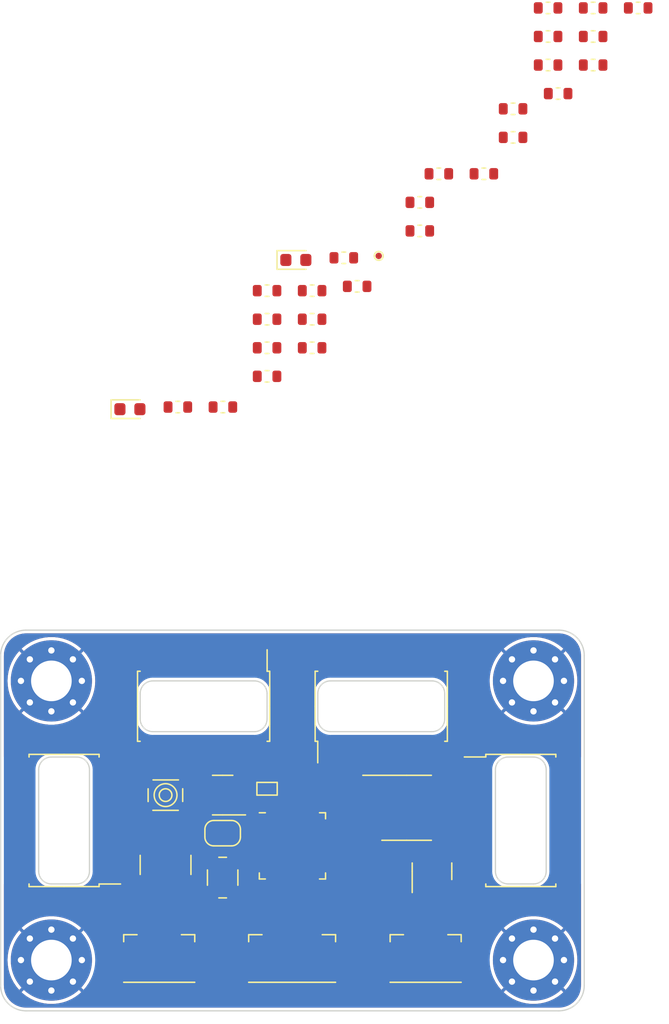
<source format=kicad_pcb>
(kicad_pcb (version 20211014) (generator pcbnew)

  (general
    (thickness 0.99)
  )

  (paper "A4")
  (title_block
    (title "BUTCube - Sun sensor")
    (date "2022-06-16")
    (rev "v1.0")
    (company "VUT - FIT(STRaDe) & FME(IAE & IPE)")
    (comment 1 "Author: Petr Malaník")
  )

  (layers
    (0 "F.Cu" mixed)
    (31 "B.Cu" mixed)
    (36 "B.SilkS" user "B.Silkscreen")
    (37 "F.SilkS" user "F.Silkscreen")
    (38 "B.Mask" user)
    (39 "F.Mask" user)
    (40 "Dwgs.User" user "User.Drawings")
    (41 "Cmts.User" user "User.Comments")
    (42 "Eco1.User" user "User.Eco1")
    (43 "Eco2.User" user "User.Eco2")
    (44 "Edge.Cuts" user)
    (45 "Margin" user)
    (46 "B.CrtYd" user "B.Courtyard")
    (47 "F.CrtYd" user "F.Courtyard")
    (48 "B.Fab" user)
    (49 "F.Fab" user)
  )

  (setup
    (stackup
      (layer "F.SilkS" (type "Top Silk Screen") (color "White"))
      (layer "F.Mask" (type "Top Solder Mask") (color "Blue") (thickness 0.01))
      (layer "F.Cu" (type "copper") (thickness 0.035))
      (layer "dielectric 1" (type "core") (thickness 0.9) (material "FR4") (epsilon_r 4.5) (loss_tangent 0.02))
      (layer "B.Cu" (type "copper") (thickness 0.035))
      (layer "B.Mask" (type "Bottom Solder Mask") (color "Blue") (thickness 0.01))
      (layer "B.SilkS" (type "Bottom Silk Screen") (color "White"))
      (copper_finish "None")
      (dielectric_constraints no)
    )
    (pad_to_mask_clearance 0)
    (pcbplotparams
      (layerselection 0x00010fc_ffffffff)
      (disableapertmacros false)
      (usegerberextensions false)
      (usegerberattributes true)
      (usegerberadvancedattributes true)
      (creategerberjobfile true)
      (svguseinch false)
      (svgprecision 6)
      (excludeedgelayer true)
      (plotframeref false)
      (viasonmask false)
      (mode 1)
      (useauxorigin false)
      (hpglpennumber 1)
      (hpglpenspeed 20)
      (hpglpendiameter 15.000000)
      (dxfpolygonmode true)
      (dxfimperialunits true)
      (dxfusepcbnewfont true)
      (psnegative false)
      (psa4output false)
      (plotreference true)
      (plotvalue true)
      (plotinvisibletext false)
      (sketchpadsonfab false)
      (subtractmaskfromsilk false)
      (outputformat 1)
      (mirror false)
      (drillshape 1)
      (scaleselection 1)
      (outputdirectory "")
    )
  )

  (net 0 "")
  (net 1 "+3V3")
  (net 2 "GND")
  (net 3 "Net-(C16-Pad1)")
  (net 4 "/VREF")
  (net 5 "Net-(D1-Pad1)")
  (net 6 "Net-(D2-Pad1)")
  (net 7 "/CAN.L")
  (net 8 "/CAN.H")
  (net 9 "/DBG_TX")
  (net 10 "/DBG_RX")
  (net 11 "/SWCLK")
  (net 12 "/SWDIO")
  (net 13 "Net-(JP1-Pad1)")
  (net 14 "/NRST")
  (net 15 "/LED1")
  (net 16 "/LED2")
  (net 17 "/CAN_RS")
  (net 18 "/SCK")
  (net 19 "/FR_RDY_#1")
  (net 20 "/MOSI")
  (net 21 "/CS_#1")
  (net 22 "unconnected-(U1-Pad9)")
  (net 23 "unconnected-(U1-Pad10)")
  (net 24 "unconnected-(U1-Pad11)")
  (net 25 "unconnected-(U1-Pad12)")
  (net 26 "unconnected-(U1-Pad13)")
  (net 27 "unconnected-(U1-Pad14)")
  (net 28 "unconnected-(U1-Pad15)")
  (net 29 "unconnected-(U1-Pad16)")
  (net 30 "/LSE")
  (net 31 "/WDG_RESET")
  (net 32 "/HSE")
  (net 33 "unconnected-(U2-Pad7)")
  (net 34 "unconnected-(U2-Pad8)")
  (net 35 "unconnected-(U2-Pad9)")
  (net 36 "unconnected-(U2-Pad10)")
  (net 37 "/MISO")
  (net 38 "unconnected-(U2-Pad14)")
  (net 39 "unconnected-(U2-Pad15)")
  (net 40 "unconnected-(U2-Pad18)")
  (net 41 "unconnected-(U2-Pad19)")
  (net 42 "unconnected-(U2-Pad20)")
  (net 43 "/CAN_RX")
  (net 44 "/CAN_TX")
  (net 45 "unconnected-(U2-Pad25)")
  (net 46 "unconnected-(U2-Pad26)")
  (net 47 "unconnected-(U2-Pad27)")
  (net 48 "unconnected-(U2-Pad28)")
  (net 49 "/FR_RDY_#2")
  (net 50 "/CS_#2")
  (net 51 "unconnected-(U3-Pad9)")
  (net 52 "unconnected-(U3-Pad10)")
  (net 53 "unconnected-(U3-Pad11)")
  (net 54 "unconnected-(U3-Pad12)")
  (net 55 "unconnected-(U3-Pad13)")
  (net 56 "unconnected-(U3-Pad14)")
  (net 57 "unconnected-(U3-Pad15)")
  (net 58 "unconnected-(U3-Pad16)")
  (net 59 "unconnected-(U4-Pad3)")
  (net 60 "/FR_RDY_#3")
  (net 61 "/CS_#3")
  (net 62 "unconnected-(U5-Pad9)")
  (net 63 "unconnected-(U5-Pad10)")
  (net 64 "unconnected-(U5-Pad11)")
  (net 65 "unconnected-(U5-Pad12)")
  (net 66 "unconnected-(U5-Pad13)")
  (net 67 "unconnected-(U5-Pad14)")
  (net 68 "unconnected-(U5-Pad15)")
  (net 69 "unconnected-(U5-Pad16)")
  (net 70 "/FRAM_CS")
  (net 71 "/FR_RDY_#4")
  (net 72 "/CS_#4")
  (net 73 "unconnected-(U7-Pad9)")
  (net 74 "unconnected-(U7-Pad10)")
  (net 75 "unconnected-(U7-Pad11)")
  (net 76 "unconnected-(U7-Pad12)")
  (net 77 "unconnected-(U7-Pad13)")
  (net 78 "unconnected-(U7-Pad14)")
  (net 79 "unconnected-(U7-Pad15)")
  (net 80 "unconnected-(U7-Pad16)")
  (net 81 "unconnected-(X1-Pad1)")

  (footprint "Package_TO_SOT_SMD:SOT-23-5" (layer "F.Cu") (at 138.5 98 180))

  (footprint "TCY_oscillators:CSP-4_1.5x0.8mm" (layer "F.Cu") (at 142 97.5 180))

  (footprint "TCY_IC:DFN-8-1EP_4.5x4mm_P0.95mm_EP3.6x2.6mm" (layer "F.Cu") (at 134 103.5 90))

  (footprint "TCY_oscillators:ECS-TXO-3225" (layer "F.Cu") (at 138.5 104.5 -90))

  (footprint "Package_TO_SOT_SMD:SOT-23" (layer "F.Cu") (at 155 104 90))

  (footprint "MountingHole:MountingHole_3.2mm_M3_Pad_Via" (layer "F.Cu") (at 163 111))

  (footprint "TCY_passives:C_0603_1608Metric" (layer "F.Cu") (at 155.54 49.04))

  (footprint "TCY_passives:C_0603_1608Metric" (layer "F.Cu") (at 159.09 49.04))

  (footprint "TCY_passives:C_0603_1608Metric" (layer "F.Cu") (at 167.7 38.22))

  (footprint "TCY_passives:C_0603_1608Metric" (layer "F.Cu") (at 154.04 51.29))

  (footprint "TCY_passives:C_0603_1608Metric" (layer "F.Cu") (at 142 58.25))

  (footprint "TCY_passives:R_0603_1608Metric" (layer "F.Cu") (at 149.1 57.91))

  (footprint "TCY_passives:C_0603_1608Metric" (layer "F.Cu") (at 134.97 67.42))

  (footprint "MountingHole:MountingHole_3.2mm_M3_Pad_Via" (layer "F.Cu") (at 125 111))

  (footprint "Package_DFN_QFN:QFN-32-1EP_5x5mm_P0.5mm_EP3.45x3.45mm" (layer "F.Cu") (at 144 102))

  (footprint "Package_SO:SO-16_5.3x10.2mm_P1.27mm" (layer "F.Cu") (at 137 91 -90))

  (footprint "TCY_buttons_switches:KMT031NGJLHS" (layer "F.Cu") (at 134 98 180))

  (footprint "Package_SO:SOIC-8_3.9x4.9mm_P1.27mm" (layer "F.Cu") (at 153 99))

  (footprint "TCY_passives:R_0603_1608Metric" (layer "F.Cu") (at 161.39 43.92))

  (footprint "TCY_connectors:TestPoint_Pad_D0.5mm" (layer "F.Cu") (at 150.8 55.51))

  (footprint "TCY_passives:C_0603_1608Metric" (layer "F.Cu") (at 145.55 60.5))

  (footprint "TCY_passives:R_0603_1608Metric" (layer "F.Cu") (at 142 60.5))

  (footprint "Package_SO:SO-16_5.3x10.2mm_P1.27mm" (layer "F.Cu") (at 162 100))

  (footprint "TCY_passives:C_0603_1608Metric" (layer "F.Cu") (at 142 62.75))

  (footprint "LED_SMD:LED_0603_1608Metric" (layer "F.Cu") (at 144.27 55.83))

  (footprint "TCY_passives:C_0603_1608Metric" (layer "F.Cu") (at 164.15 38.22))

  (footprint "MountingHole:MountingHole_3.2mm_M3_Pad_Via" (layer "F.Cu") (at 125 89))

  (footprint "TCY_connectors:Amphenol_10114828-11103LF_1x03_P1.25mm_Vertical" (layer "F.Cu") (at 154.5 109))

  (footprint "TCY_connectors:Amphenol_10114828-11103LF_1x03_P1.25mm_Vertical" (layer "F.Cu") (at 133.5 109))

  (footprint "Package_SO:SO-16_5.3x10.2mm_P1.27mm" (layer "F.Cu") (at 151 91 90))

  (footprint "Package_SO:SO-16_5.3x10.2mm_P1.27mm" (layer "F.Cu") (at 126 100 180))

  (footprint "TCY_passives:C_0603_1608Metric" (layer "F.Cu") (at 167.7 35.97))

  (footprint "TCY_passives:R_0603_1608Metric" (layer "F.Cu") (at 154.04 53.54))

  (footprint "Jumper:SolderJumper-2_P1.3mm_Open_RoundedPad1.0x1.5mm" (layer "F.Cu") (at 138.5 101))

  (footprint "MountingHole:MountingHole_3.2mm_M3_Pad_Via" (layer "F.Cu") (at 163 89))

  (footprint "TCY_connectors:Amphenol_10114828-11104LF_1x04_P1.25mm_Vertical" (layer "F.Cu") (at 144 111.2))

  (footprint "TCY_passives:R_0603_1608Metric" (layer "F.Cu") (at 164.15 35.97))

  (footprint "TCY_passives:C_0603_1608Metric" (layer "F.Cu") (at 145.55 58.25))

  (footprint "TCY_passives:R_0603_1608Metric" (layer "F.Cu") (at 148.05 55.66))

  (footprint "TCY_passives:C_0603_1608Metric" (layer "F.Cu") (at 164.94 42.72))

  (footprint "TCY_passives:C_0603_1608Metric" (layer "F.Cu") (at 145.55 62.75))

  (footprint "TCY_passives:C_0603_1608Metric" (layer "F.Cu") (at 161.39 46.17))

  (footprint "TCY_passives:C_0603_1608Metric" (layer "F.Cu") (at 164.15 40.47))

  (footprint "TCY_passives:C_0603_1608Metric" (layer "F.Cu") (at 167.7 40.47))

  (footprint "TCY_passives:C_0603_1608Metric" (layer "F.Cu") (at 142 65))

  (footprint "LED_SMD:LED_0603_1608Metric" (layer "F.Cu") (at 131.19 67.59))

  (footprint "TCY_passives:R_0603_1608Metric" (layer "F.Cu") (at 138.52 67.42))

  (footprint "TCY_passives:C_0603_1608Metric" (layer "F.Cu") (at 171.25 35.97))

  (gr_line (start 165 115) (end 123 115) (layer "Edge.Cuts") (width 0.1) (tstamp 01308de6-1e7f-4de3-a106-b9f94949ea74))
  (gr_line (start 160 96) (end 160 104) (layer "Edge.Cuts") (width 0.1) (tstamp 05544b48-37b2-4691-8bde-51cda6e1d336))
  (gr_line (start 164 96) (end 164 104) (layer "Edge.Cuts") (width 0.1) (tstamp 0a2dfa8f-82c6-4914-94fd-cfd1a8bedd27))
  (gr_arc (start 128 104) (mid 127.707107 104.707107) (end 127 105) (layer "Edge.Cuts") (width 0.1) (tstamp 0a52e7e9-9c3b-4761-90ea-74e191de2e35))
  (gr_arc (start 160 96) (mid 160.292893 95.292893) (end 161 95) (layer "Edge.Cuts") (width 0.1) (tstamp 0aed2d93-8388-4e35-8041-e803c53c6b5d))
  (gr_arc (start 123 115) (mid 121.585786 114.414214) (end 121 113) (layer "Edge.Cuts") (width 0.1) (tstamp 0e785e25-7d77-4cc5-bc54-e1bb5795fef4))
  (gr_line (start 133 89) (end 141 89) (layer "Edge.Cuts") (width 0.1) (tstamp 139bdde7-60ac-42aa-8fa5-fabf2e807fc2))
  (gr_line (start 146 90) (end 146 92) (layer "Edge.Cuts") (width 0.1) (tstamp 1c2ec505-22f6-48ca-b470-0fb15ecb78df))
  (gr_arc (start 133 93) (mid 132.292893 92.707107) (end 132 92) (layer "Edge.Cuts") (width 0.1) (tstamp 21e94242-12e6-4c1c-86bb-8cc39628c73e))
  (gr_line (start 147 93) (end 155 93) (layer "Edge.Cuts") (width 0.1) (tstamp 23f562a7-edbb-4abd-a817-5cdfc4291815))
  (gr_arc (start 141 89) (mid 141.707107 89.292893) (end 142 90) (layer "Edge.Cuts") (width 0.1) (tstamp 2b9a359c-6138-4ce4-b444-99fed85e3bee))
  (gr_arc (start 142 92) (mid 141.707107 92.707107) (end 141 93) (layer "Edge.Cuts") (width 0.1) (tstamp 3bf18907-68f2-45fa-9961-c36642dc05b9))
  (gr_line (start 128 96) (end 128 104) (layer "Edge.Cuts") (width 0.1) (tstamp 575bf079-963e-409b-b995-f191a84e6acf))
  (gr_arc (start 161 105) (mid 160.292893 104.707107) (end 160 104) (layer "Edge.Cuts") (width 0.1) (tstamp 595269b3-1c9a-4988-bfc4-a589a58fd8de))
  (gr_arc (start 163 95) (mid 163.707107 95.292893) (end 164 96) (layer "Edge.Cuts") (width 0.1) (tstamp 599370ba-0d11-4296-9e43-19f16d0d0423))
  (gr_line (start 163 95) (end 161 95) (layer "Edge.Cuts") (width 0.1) (tstamp 65a12106-f3d0-4612-84da-46120b23d284))
  (gr_arc (start 121 87) (mid 121.585786 85.585786) (end 123 85) (layer "Edge.Cuts") (width 0.1) (tstamp 668a12a6-e7f0-4840-baaa-2a1fc1e6e757))
  (gr_line (start 161 105) (end 163 105) (layer "Edge.Cuts") (width 0.1) (tstamp 6b268cac-0ba1-4b21-98aa-2017870a95e4))
  (gr_line (start 142 92) (end 142 90) (layer "Edge.Cuts") (width 0.1) (tstamp 73e8b30b-5d8b-4766-bf00-3a9d035fc3ed))
  (gr_arc (start 124 96) (mid 124.292893 95.292893) (end 125 95) (layer "Edge.Cuts") (width 0.1) (tstamp 7aeb2ea5-ca0a-4a1a-964a-201560fa2e1d))
  (gr_arc (start 165 85) (mid 166.414214 85.585786) (end 167 87) (layer "Edge.Cuts") (width 0.1) (tstamp 7cfebea3-f679-4dc7-9992-04e5e0b49da7))
  (gr_arc (start 125 105) (mid 124.292893 104.707107) (end 124 104) (layer "Edge.Cuts") (width 0.1) (tstamp 828b8a9f-167d-4561-8ccb-68b7d699f7cf))
  (gr_line (start 147 89) (end 155 89) (layer "Edge.Cuts") (width 0.1) (tstamp 84656e29-266f-4e38-836e-3809966c2615))
  (gr_line (start 127 95) (end 125 95) (layer "Edge.Cuts") (width 0.1) (tstamp 9123ae89-477b-4234-8845-7035699a09fb))
  (gr_line (start 123 85) (end 165 85) (layer "Edge.Cuts") (width 0.1) (tstamp 95582d6f-b517-4fa5-9af6-7d0fdb8eff40))
  (gr_arc (start 167 113) (mid 166.414214 114.414214) (end 165 115) (layer "Edge.Cuts") (width 0.1) (tstamp a3245c3f-b561-4d21-88dd-d33320e53049))
  (gr_arc (start 164 104) (mid 163.707107 104.707107) (end 163 105) (layer "Edge.Cuts") (width 0.1) (tstamp b27137bc-af9e-4026-a553-6d8598d11e7f))
  (gr_arc (start 147 93) (mid 146.292893 92.707107) (end 146 92) (layer "Edge.Cuts") (width 0.1) (tstamp b9091533-77c2-4c0b-a657-93650b17649c))
  (gr_arc (start 127 95) (mid 127.707107 95.292893) (end 128 96) (layer "Edge.Cuts") (width 0.1) (tstamp be6da559-dfcd-466d-90b2-2ceed00d95ae))
  (gr_line (start 121 113) (end 121 87) (layer "Edge.Cuts") (width 0.1) (tstamp d0a062ab-48e3-4229-9499-88195f1a5f69))
  (gr_line (start 167 87) (end 167 113) (layer "Edge.Cuts") (width 0.1) (tstamp d6e66f54-565a-4210-a826-5af617758927))
  (gr_arc (start 156 92) (mid 155.707107 92.707107) (end 155 93) (layer "Edge.Cuts") (width 0.1) (tstamp df479bb2-9cdd-46ef-a61a-69b327d586d8))
  (gr_arc (start 155 89) (mid 155.707107 89.292893) (end 156 90) (layer "Edge.Cuts") (width 0.1) (tstamp e09960c6-b22c-4537-adf0-a73fa1e593d1))
  (gr_line (start 133 93) (end 141 93) (layer "Edge.Cuts") (width 0.1) (tstamp e47f2c92-dc7c-43b4-8913-b1003455e04c))
  (gr_line (start 132 90) (end 132 92) (layer "Edge.Cuts") (width 0.1) (tstamp eb3c6509-ddf0-469e-90a0-2a53893d8584))
  (gr_arc (start 146 90) (mid 146.292893 89.292893) (end 147 89) (layer "Edge.Cuts") (width 0.1) (tstamp ec127b22-bf2f-455f-ad99-5837e3d51386))
  (gr_arc (start 132 90) (mid 132.292893 89.292893) (end 133 89) (layer "Edge.Cuts") (width 0.1) (tstamp ef8107c6-9d9b-4f87-9d4d-8334debb997c))
  (gr_line (start 124 96) (end 124 104) (layer "Edge.Cuts") (width 0.1) (tstamp f9d1e9c6-340b-4329-a8a7-5c2bbd3f4084))
  (gr_line (start 125 105) (end 127 105) (layer "Edge.Cuts") (width 0.1) (tstamp fb813013-f2e7-4ab1-bb0a-06be3a8d49f1))
  (gr_line (start 156 92) (end 156 90) (layer "Edge.Cuts") (width 0.1) (tstamp fd26512e-abe4-45a2-a66d-1c669d401288))

  (zone (net 2) (net_name "GND") (layers F&B.Cu) (tstamp 5a8e5c42-e7f7-4c8f-9e70-79223d2928aa) (hatch edge 0.508)
    (connect_pads (clearance 0.254))
    (min_thickness 0.254) (filled_areas_thickness no)
    (fill yes (thermal_gap 0.254) (thermal_bridge_width 0.254))
    (polygon
      (pts
        (xy 167 115)
        (xy 121 115)
        (xy 121 85)
        (xy 167 85)
      )
    )
    (filled_polygon
      (layer "F.Cu")
      (pts
        (xy 164.987103 85.256921)
        (xy 165 85.259486)
        (xy 165.012172 85.257065)
        (xy 165.024579 85.257065)
        (xy 165.024579 85.257705)
        (xy 165.035358 85.257029)
        (xy 165.219248 85.270181)
        (xy 165.23942 85.271624)
        (xy 165.257214 85.274182)
        (xy 165.48296 85.32329)
        (xy 165.500209 85.328355)
        (xy 165.555356 85.348923)
        (xy 165.71667 85.40909)
        (xy 165.733017 85.416556)
        (xy 165.935782 85.527275)
        (xy 165.950905 85.536994)
        (xy 166.135848 85.675441)
        (xy 166.149434 85.687214)
        (xy 166.312786 85.850566)
        (xy 166.324559 85.864152)
        (xy 166.463006 86.049095)
        (xy 166.472725 86.064218)
        (xy 166.583444 86.266983)
        (xy 166.59091 86.28333)
        (xy 166.625509 86.376094)
        (xy 166.671645 86.499791)
        (xy 166.67671 86.51704)
        (xy 166.725818 86.742786)
        (xy 166.728376 86.76058)
        (xy 166.738482 86.901872)
        (xy 166.742971 86.964639)
        (xy 166.742295 86.975421)
        (xy 166.742935 86.975421)
        (xy 166.742935 86.987828)
        (xy 166.740514 87)
        (xy 166.742935 87.01217)
        (xy 166.743079 87.012894)
        (xy 166.7455 87.037476)
        (xy 166.7455 94.977082)
        (xy 166.725498 95.045203)
        (xy 166.671842 95.091696)
        (xy 166.601568 95.1018)
        (xy 166.546496 95.079447)
        (xy 166.540723 95.073674)
        (xy 166.531887 95.069172)
        (xy 166.531886 95.069171)
        (xy 166.484846 95.045203)
        (xy 166.426555 95.015502)
        (xy 166.331834 95.0005)
        (xy 164.593166 95.0005)
        (xy 164.498445 95.015502)
        (xy 164.384277 95.073674)
        (xy 164.293674 95.164277)
        (xy 164.289174 95.173109)
        (xy 164.289173 95.17311)
        (xy 164.24396 95.261845)
        (xy 164.195211 95.31346)
        (xy 164.126296 95.330526)
        (xy 164.059095 95.307625)
        (xy 164.02426 95.270476)
        (xy 164.020636 95.264562)
        (xy 164.020632 95.264557)
        (xy 164.01805 95.260343)
        (xy 164.014843 95.256588)
        (xy 164.01484 95.256584)
        (xy 163.893016 95.113948)
        (xy 163.889808 95.110192)
        (xy 163.847051 95.073674)
        (xy 163.743416 94.98516)
        (xy 163.743412 94.985157)
        (xy 163.739657 94.98195)
        (xy 163.571292 94.878776)
        (xy 163.566722 94.876883)
        (xy 163.566718 94.876881)
        (xy 163.393433 94.805104)
        (xy 163.393431 94.805103)
        (xy 163.38886 94.80321)
        (xy 163.322853 94.787363)
        (xy 163.201667 94.758269)
        (xy 163.201661 94.758268)
        (xy 163.196854 94.757114)
        (xy 163.009209 94.742346)
        (xy 163 94.740514)
        (xy 162.987103 94.743079)
        (xy 162.962524 94.7455)
        (xy 161.037476 94.7455)
        (xy 161.012897 94.743079)
        (xy 161 94.740514)
        (xy 160.990791 94.742346)
        (xy 160.803146 94.757114)
        (xy 160.798339 94.758268)
        (xy 160.798333 94.758269)
        (xy 160.677147 94.787363)
        (xy 160.61114 94.80321)
        (xy 160.606569 94.805103)
        (xy 160.606567 94.805104)
        (xy 160.433282 94.876881)
        (xy 160.433278 94.876883)
        (xy 160.428708 94.878776)
        (xy 160.260343 94.98195)
        (xy 160.256588 94.985157)
        (xy 160.256584 94.98516)
        (xy 160.152949 95.073674)
        (xy 160.110192 95.110192)
        (xy 160.106984 95.113948)
        (xy 159.98516 95.256584)
        (xy 159.985157 95.256588)
        (xy 159.98195 95.260343)
        (xy 159.979368 95.264557)
        (xy 159.979364 95.264562)
        (xy 159.97574 95.270476)
        (xy 159.923093 95.318108)
        (xy 159.853052 95.329715)
        (xy 159.787854 95.301613)
        (xy 159.75604 95.261845)
        (xy 159.710827 95.17311)
        (xy 159.710826 95.173109)
        (xy 159.706326 95.164277)
        (xy 159.615723 95.073674)
        (xy 159.501555 95.015502)
        (xy 159.406834 95.0005)
        (xy 157.668166 95.0005)
        (xy 157.573445 95.015502)
        (xy 157.459277 95.073674)
        (xy 157.368674 95.164277)
        (xy 157.310502 95.278445)
        (xy 157.2955 95.373166)
        (xy 157.2955 95.736834)
        (xy 157.310502 95.831555)
        (xy 157.368674 95.945723)
        (xy 157.459277 96.036326)
        (xy 157.534687 96.07475)
        (xy 157.540542 96.077733)
        (xy 157.592157 96.126482)
        (xy 157.609223 96.195397)
        (xy 157.586322 96.262598)
        (xy 157.540542 96.302267)
        (xy 157.459277 96.343674)
        (xy 157.368674 96.434277)
        (xy 157.310502 96.548445)
        (xy 157.2955 96.643166)
        (xy 157.2955 97.006834)
        (xy 157.310502 97.101555)
        (xy 157.368674 97.215723)
        (xy 157.459277 97.306326)
        (xy 157.516314 97.335388)
        (xy 157.540542 97.347733)
        (xy 157.592157 97.396482)
        (xy 157.609223 97.465397)
        (xy 157.586322 97.532598)
        (xy 157.540542 97.572267)
        (xy 157.459277 97.613674)
        (xy 157.368674 97.704277)
        (xy 157.310502 97.818445)
        (xy 157.2955 97.913166)
        (xy 157.2955 98.276834)
        (xy 157.310502 98.371555)
        (xy 157.368674 98.485723)
        (xy 157.459277 98.576326)
        (xy 157.468109 98.580826)
        (xy 157.468112 98.580828)
        (xy 157.541094 98.618015)
        (xy 157.592708 98.666763)
        (xy 157.609774 98.735678)
        (xy 157.586873 98.802879)
        (xy 157.541092 98.842548)
        (xy 157.46841 98.879581)
        (xy 157.452564 98.891094)
        (xy 157.376094 98.967564)
        (xy 157.364583 98.983407)
        (xy 157.315485 99.079768)
        (xy 157.309433 99.098392)
        (xy 157.296775 99.178315)
        (xy 157.296 99.188158)
        (xy 157.296 99.219885)
        (xy 157.300475 99.235124)
        (xy 157.301865 99.236329)
        (xy 157.309548 99.238)
        (xy 158.5385 99.238)
        (xy 158.606621 99.258002)
        (xy 158.653114 99.311658)
        (xy 158.6645 99.364)
        (xy 158.6645 99.366)
        (xy 158.644498 99.434121)
        (xy 158.590842 99.480614)
        (xy 158.5385 99.492)
        (xy 157.314116 99.492)
        (xy 157.298877 99.496475)
        (xy 157.297672 99.497865)
        (xy 157.296001 99.505548)
        (xy 157.296001 99.54184)
        (xy 157.296776 99.551687)
        (xy 157.309433 99.631607)
        (xy 157.315485 99.650233)
        (xy 157.364583 99.746593)
        (xy 157.376094 99.762436)
        (xy 157.452564 99.838906)
        (xy 157.46841 99.850419)
        (xy 157.541092 99.887452)
        (xy 157.592708 99.9362)
        (xy 157.609774 100.005115)
        (xy 157.586874 100.072316)
        (xy 157.541094 100.111985)
        (xy 157.468112 100.149172)
        (xy 157.468111 100.149173)
        (xy 157.459277 100.153674)
        (xy 157.368674 100.244277)
        (xy 157.310502 100.358445)
        (xy 157.2955 100.453166)
        (xy 157.2955 100.816834)
        (xy 157.310502 100.911555)
        (xy 157.368674 101.025723)
        (xy 157.459277 101.116326)
        (xy 157.518043 101.146269)
        (xy 157.540542 101.157733)
        (xy 157.592157 101.206482)
        (xy 157.609223 101.275397)
        (xy 157.586322 101.342598)
        (xy 157.540542 101.382267)
        (xy 157.459277 101.423674)
        (xy 157.368674 101.514277)
        (xy 157.310502 101.628445)
        (xy 157.2955 101.723166)
        (xy 157.2955 102.086834)
        (xy 157.310502 102.181555)
        (xy 157.368674 102.295723)
        (xy 157.459277 102.386326)
        (xy 157.498902 102.406516)
        (xy 157.540542 102.427733)
        (xy 157.592157 102.476482)
        (xy 157.609223 102.545397)
        (xy 157.586322 102.612598)
        (xy 157.540542 102.652267)
        (xy 157.459277 102.693674)
        (xy 157.368674 102.784277)
        (xy 157.310502 102.898445)
        (xy 157.2955 102.993166)
        (xy 157.2955 103.356834)
        (xy 157.310502 103.451555)
        (xy 157.368674 103.565723)
        (xy 157.459277 103.656326)
        (xy 157.534687 103.69475)
        (xy 157.540542 103.697733)
        (xy 157.592157 103.746482)
        (xy 157.609223 103.815397)
        (xy 157.586322 103.882598)
        (xy 157.540542 103.922267)
        (xy 157.459277 103.963674)
        (xy 157.368674 104.054277)
        (xy 157.310502 104.168445)
        (xy 157.2955 104.263166)
        (xy 157.2955 104.626834)
        (xy 157.310502 104.721555)
        (xy 157.368674 104.835723)
        (xy 157.459277 104.926326)
        (xy 157.573445 104.984498)
        (xy 157.668166 104.9995)
        (xy 159.406834 104.9995)
        (xy 159.501555 104.984498)
        (xy 159.615723 104.926326)
        (xy 159.706326 104.835723)
        (xy 159.714934 104.81883)
        (xy 159.75604 104.738155)
        (xy 159.804789 104.68654)
        (xy 159.873704 104.669474)
        (xy 159.940905 104.692375)
        (xy 159.97574 104.729524)
        (xy 159.979364 104.735438)
        (xy 159.979368 104.735443)
        (xy 159.98195 104.739657)
        (xy 159.985157 104.743412)
        (xy 159.98516 104.743416)
        (xy 160.106984 104.886052)
        (xy 160.110192 104.889808)
        (xy 160.113948 104.893016)
        (xy 160.256584 105.01484)
        (xy 160.256588 105.014843)
        (xy 160.260343 105.01805)
        (xy 160.428708 105.121224)
        (xy 160.433278 105.123117)
        (xy 160.433282 105.123119)
        (xy 160.606567 105.194896)
        (xy 160.61114 105.19679)
        (xy 160.677147 105.212637)
        (xy 160.798333 105.241731)
        (xy 160.798339 105.241732)
        (xy 160.803146 105.242886)
        (xy 160.990791 105.257654)
        (xy 161 105.259486)
        (xy 161.012897 105.256921)
        (xy 161.037476 105.2545)
        (xy 162.962524 105.2545)
        (xy 162.987103 105.256921)
        (xy 163 105.259486)
        (xy 163.009209 105.257654)
        (xy 163.196854 105.242886)
        (xy 163.201661 105.241732)
        (xy 163.201667 105.241731)
        (xy 163.322853 105.212637)
        (xy 163.38886 105.19679)
        (xy 163.393433 105.194896)
        (xy 163.566718 105.123119)
        (xy 163.566722 105.123117)
        (xy 163.571292 105.121224)
        (xy 163.739657 105.01805)
        (xy 163.743412 105.014843)
        (xy 163.743416 105.01484)
        (xy 163.886052 104.893016)
        (xy 163.889808 104.889808)
        (xy 163.893016 104.886052)
        (xy 164.01484 104.743416)
        (xy 164.014843 104.743412)
        (xy 164.01805 104.739657)
        (xy 164.020632 104.735443)
        (xy 164.020636 104.735438)
        (xy 164.02426 104.729524)
        (xy 164.076907 104.681892)
        (xy 164.146948 104.670285)
        (xy 164.212146 104.698387)
        (xy 164.24396 104.738155)
        (xy 164.285067 104.81883)
        (xy 164.293674 104.835723)
        (xy 164.384277 104.926326)
        (xy 164.498445 104.984498)
        (xy 164.593166 104.9995)
        (xy 166.331834 104.9995)
        (xy 166.426555 104.984498)
        (xy 166.486661 104.953872)
        (xy 166.531886 104.930829)
        (xy 166.531887 104.930828)
        (xy 166.540723 104.926326)
        (xy 166.546415 104.920634)
        (xy 166.612305 104.897124)
        (xy 166.681456 104.913203)
        (xy 166.730938 104.964116)
        (xy 166.7455 105.022918)
        (xy 166.7455 112.962524)
        (xy 166.743079 112.987103)
        (xy 166.740514 113)
        (xy 166.742935 113.012172)
        (xy 166.742935 113.024579)
        (xy 166.742295 113.024579)
        (xy 166.742971 113.035358)
        (xy 166.729819 113.219248)
        (xy 166.728376 113.23942)
        (xy 166.725818 113.257214)
        (xy 166.67671 113.48296)
        (xy 166.671645 113.500209)
        (xy 166.659432 113.532953)
        (xy 166.59091 113.71667)
        (xy 166.583444 113.733017)
        (xy 166.472725 113.935782)
        (xy 166.463006 113.950905)
        (xy 166.324559 114.135848)
        (xy 166.312786 114.149434)
        (xy 166.149434 114.312786)
        (xy 166.135848 114.324559)
        (xy 165.950905 114.463006)
        (xy 165.935782 114.472725)
        (xy 165.733017 114.583444)
        (xy 165.71667 114.59091)
        (xy 165.555356 114.651077)
        (xy 165.500209 114.671645)
        (xy 165.48296 114.67671)
        (xy 165.257214 114.725818)
        (xy 165.23942 114.728376)
        (xy 165.219248 114.729819)
        (xy 165.035358 114.742971)
        (xy 165.024579 114.742295)
        (xy 165.024579 114.742935)
        (xy 165.012172 114.742935)
        (xy 165 114.740514)
        (xy 164.987103 114.743079)
        (xy 164.962524 114.7455)
        (xy 123.037476 114.7455)
        (xy 123.012897 114.743079)
        (xy 123 114.740514)
        (xy 122.987828 114.742935)
        (xy 122.975421 114.742935)
        (xy 122.975421 114.742295)
        (xy 122.964642 114.742971)
        (xy 122.780752 114.729819)
        (xy 122.76058 114.728376)
        (xy 122.742786 114.725818)
        (xy 122.51704 114.67671)
        (xy 122.499791 114.671645)
        (xy 122.444644 114.651077)
        (xy 122.28333 114.59091)
        (xy 122.266983 114.583444)
        (xy 122.064218 114.472725)
        (xy 122.049095 114.463006)
        (xy 121.864152 114.324559)
        (xy 121.850566 114.312786)
        (xy 121.687214 114.149434)
        (xy 121.675441 114.135848)
        (xy 121.536994 113.950905)
        (xy 121.527275 113.935782)
        (xy 121.416556 113.733017)
        (xy 121.40909 113.71667)
        (xy 121.340568 113.532953)
        (xy 121.340168 113.53188)
        (xy 122.654055 113.53188)
        (xy 122.654131 113.532953)
        (xy 122.659174 113.540607)
        (xy 122.746462 113.624022)
        (xy 122.751622 113.628446)
        (xy 123.043037 113.852055)
        (xy 123.048651 113.855899)
        (xy 123.362497 114.046721)
        (xy 123.368499 114.049939)
        (xy 123.701126 114.205753)
        (xy 123.70743 114.2083)
        (xy 124.054939 114.327278)
        (xy 124.06149 114.329132)
        (xy 124.419805 114.409881)
        (xy 124.426524 114.411018)
        (xy 124.791472 114.452599)
        (xy 124.798262 114.453002)
        (xy 125.165562 114.454925)
        (xy 125.172363 114.454593)
        (xy 125.537726 114.416837)
        (xy 125.544454 114.415771)
        (xy 125.90361 114.338775)
        (xy 125.910158 114.336996)
        (xy 126.258899 114.22166)
        (xy 126.265241 114.219174)
        (xy 126.599463 114.066861)
        (xy 126.605517 114.063696)
        (xy 126.921322 113.876185)
        (xy 126.927003 113.872382)
        (xy 127.220726 113.651848)
        (xy 127.225933 113.647479)
        (xy 127.337689 113.5429)
        (xy 127.34419 113.53188)
        (xy 160.654055 113.53188)
        (xy 160.654131 113.532953)
        (xy 160.659174 113.540607)
        (xy 160.746462 113.624022)
        (xy 160.751622 113.628446)
        (xy 161.043037 113.852055)
        (xy 161.048651 113.855899)
        (xy 161.362497 114.046721)
        (xy 161.368499 114.049939)
        (xy 161.701126 114.205753)
        (xy 161.70743 114.2083)
        (xy 162.054939 114.327278)
        (xy 162.06149 114.329132)
        (xy 162.419805 114.409881)
        (xy 162.426524 114.411018)
        (xy 162.791472 114.452599)
        (xy 162.798262 114.453002)
        (xy 163.165562 114.454925)
        (xy 163.172363 114.454593)
        (xy 163.537726 114.416837)
        (xy 163.544454 114.415771)
        (xy 163.90361 114.338775)
        (xy 163.910158 114.336996)
        (xy 164.258899 114.22166)
        (xy 164.265241 114.219174)
        (xy 164.599463 114.066861)
        (xy 164.605517 114.063696)
        (xy 164.921322 113.876185)
        (xy 164.927003 113.872382)
        (xy 165.220726 113.651848)
        (xy 165.225933 113.647479)
        (xy 165.337689 113.5429)
        (xy 165.34576 113.529219)
        (xy 165.345732 113.528497)
        (xy 165.340588 113.520193)
        (xy 163.012812 111.192417)
        (xy 162.998868 111.184803)
        (xy 162.997035 111.184934)
        (xy 162.99042 111.189185)
        (xy 160.661669 113.517936)
        (xy 160.654055 113.53188)
        (xy 127.34419 113.53188)
        (xy 127.34576 113.529219)
        (xy 127.345732 113.528497)
        (xy 127.340588 113.520193)
        (xy 125.012812 111.192417)
        (xy 124.998868 111.184803)
        (xy 124.997035 111.184934)
        (xy 124.99042 111.189185)
        (xy 122.661669 113.517936)
        (xy 122.654055 113.53188)
        (xy 121.340168 113.53188)
        (xy 121.328355 113.500209)
        (xy 121.32329 113.48296)
        (xy 121.274182 113.257214)
        (xy 121.271624 113.23942)
        (xy 121.270181 113.219248)
        (xy 121.257029 113.035358)
        (xy 121.257705 113.024579)
        (xy 121.257065 113.024579)
        (xy 121.257065 113.012172)
        (xy 121.259486 113)
        (xy 121.256921 112.987103)
        (xy 121.2545 112.962524)
        (xy 121.2545 110.991322)
        (xy 121.54112 110.991322)
        (xy 121.559704 111.358177)
        (xy 121.560414 111.364933)
        (xy 121.618508 111.727622)
        (xy 121.619947 111.734277)
        (xy 121.716869 112.088562)
        (xy 121.719018 112.095023)
        (xy 121.853638 112.436778)
        (xy 121.856469 112.442961)
        (xy 122.027211 112.768178)
        (xy 122.030694 112.77402)
        (xy 122.235558 113.07889)
        (xy 122.23966 113.084334)
        (xy 122.454913 113.339954)
        (xy 122.467652 113.348397)
        (xy 122.478096 113.342299)
        (xy 124.807583 111.012812)
        (xy 124.813961 111.001132)
        (xy 125.184803 111.001132)
        (xy 125.184934 111.002965)
        (xy 125.189185 111.00958)
        (xy 127.519487 113.339882)
        (xy 127.533084 113.347307)
        (xy 127.542693 113.34061)
        (xy 127.738369 113.113117)
        (xy 127.742518 113.107729)
        (xy 127.950565 112.805019)
        (xy 127.954112 112.799208)
        (xy 128.128241 112.475814)
        (xy 128.131148 112.469636)
        (xy 128.153258 112.415187)
        (xy 128.19742 112.359596)
        (xy 128.264625 112.336706)
        (xy 128.333537 112.353783)
        (xy 128.382277 112.405406)
        (xy 128.396001 112.462591)
        (xy 128.396001 112.668828)
        (xy 128.397209 112.681088)
        (xy 128.408315 112.736931)
        (xy 128.417633 112.759427)
        (xy 128.459983 112.822808)
        (xy 128.477192 112.840017)
        (xy 128.540575 112.882368)
        (xy 128.563066 112.891684)
        (xy 128.618915 112.902793)
        (xy 128.63117 112.904)
        (xy 129.554885 112.904)
        (xy 129.570124 112.899525)
        (xy 129.571329 112.898135)
        (xy 129.573 112.890452)
        (xy 129.573 112.885884)
        (xy 129.827 112.885884)
        (xy 129.831475 112.901123)
        (xy 129.832865 112.902328)
        (xy 129.840548 112.903999)
        (xy 130.768828 112.903999)
        (xy 130.781088 112.902791)
        (xy 130.836931 112.891685)
        (xy 130.859427 112.882367)
        (xy 130.922808 112.840017)
        (xy 130.940017 112.822808)
        (xy 130.982368 112.759425)
        (xy 130.991684 112.736934)
        (xy 131.002793 112.681085)
        (xy 131.004 112.66883)
        (xy 131.004 112.668828)
        (xy 135.996001 112.668828)
        (xy 135.997209 112.681088)
        (xy 136.008315 112.736931)
        (xy 136.017633 112.759427)
        (xy 136.059983 112.822808)
        (xy 136.077192 112.840017)
        (xy 136.140575 112.882368)
        (xy 136.163066 112.891684)
        (xy 136.218915 112.902793)
        (xy 136.23117 112.904)
        (xy 137.154885 112.904)
        (xy 137.170124 112.899525)
        (xy 137.171329 112.898135)
        (xy 137.173 112.890452)
        (xy 137.173 112.885884)
        (xy 137.427 112.885884)
        (xy 137.431475 112.901123)
        (xy 137.432865 112.902328)
        (xy 137.440548 112.903999)
        (xy 138.368824 112.903999)
        (xy 138.381095 112.902791)
        (xy 138.400421 112.898947)
        (xy 138.449582 112.898947)
        (xy 138.468917 112.902793)
        (xy 138.481171 112.904)
        (xy 139.404885 112.904)
        (xy 139.420124 112.899525)
        (xy 139.421329 112.898135)
        (xy 139.423 112.890452)
        (xy 139.423 112.885884)
        (xy 139.677 112.885884)
        (xy 139.681475 112.901123)
        (xy 139.682865 112.902328)
        (xy 139.690548 112.903999)
        (xy 140.618828 112.903999)
        (xy 140.631088 112.902791)
        (xy 140.686931 112.891685)
        (xy 140.709427 112.882367)
        (xy 140.772808 112.840017)
        (xy 140.790017 112.822808)
        (xy 140.832368 112.759425)
    
... [203045 chars truncated]
</source>
